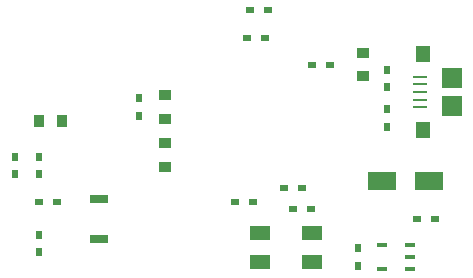
<source format=gtp>
%TF.GenerationSoftware,KiCad,Pcbnew,4.0.5-e0-6337~49~ubuntu16.04.1*%
%TF.CreationDate,2017-08-14T13:51:41-07:00*%
%TF.ProjectId,atsamd21g18-breakout,617473616D6432316731382D62726561,1.0*%
%TF.FileFunction,Paste,Top*%
%FSLAX46Y46*%
G04 Gerber Fmt 4.6, Leading zero omitted, Abs format (unit mm)*
G04 Created by KiCad (PCBNEW 4.0.5-e0-6337~49~ubuntu16.04.1) date Mon Aug 14 13:51:41 2017*
%MOMM*%
%LPD*%
G01*
G04 APERTURE LIST*
%ADD10C,0.350000*%
%ADD11R,1.197600X0.247600*%
%ADD12R,1.247600X1.447600*%
%ADD13R,1.747600X1.747600*%
%ADD14R,0.647600X0.597600*%
%ADD15R,0.597600X0.647600*%
%ADD16R,1.097600X0.847600*%
%ADD17R,2.346960X1.648460*%
%ADD18R,0.847600X1.097600*%
%ADD19R,1.547600X0.647600*%
%ADD20R,1.147600X0.097600*%
%ADD21R,0.097600X1.147600*%
%ADD22R,1.752600X1.244600*%
%ADD23R,0.847600X0.447600*%
G04 APERTURE END LIST*
D10*
D11*
X62222000Y-42467200D03*
X62222000Y-41817200D03*
X62222000Y-41168100D03*
X62222000Y-40517200D03*
X62222000Y-39867200D03*
D12*
X62447000Y-44367200D03*
D13*
X64897000Y-42367200D03*
X64897000Y-39967200D03*
D12*
X62447000Y-37967200D03*
D14*
X62000000Y-51943000D03*
X63500000Y-51943000D03*
D15*
X56997600Y-55881400D03*
X56997600Y-54381400D03*
D16*
X40614600Y-43427400D03*
X40614600Y-41427400D03*
D15*
X29946600Y-53250400D03*
X29946600Y-54750400D03*
D14*
X50746600Y-49288200D03*
X52246600Y-49288200D03*
D15*
X38455600Y-43193400D03*
X38455600Y-41693400D03*
D14*
X51496600Y-51088200D03*
X52996600Y-51088200D03*
X47599600Y-36601400D03*
X49099600Y-36601400D03*
X46583600Y-50444400D03*
X48083600Y-50444400D03*
X53060600Y-38887400D03*
X54560600Y-38887400D03*
D15*
X59461400Y-42595800D03*
X59461400Y-44095800D03*
D17*
X63002160Y-48691800D03*
X59004200Y-48691800D03*
D15*
X59461400Y-40767000D03*
X59461400Y-39267000D03*
D16*
X57378600Y-37846000D03*
X57378600Y-39846000D03*
D18*
X29946600Y-43586400D03*
X31946600Y-43586400D03*
D16*
X40614600Y-45491400D03*
X40614600Y-47491400D03*
D15*
X27914600Y-46646400D03*
X27914600Y-48146400D03*
X29946600Y-46634400D03*
X29946600Y-48134400D03*
D14*
X29970600Y-50444400D03*
X31470600Y-50444400D03*
D19*
X35026600Y-53590400D03*
X35026600Y-50190400D03*
D20*
X44055600Y-40245600D03*
X44055600Y-40745600D03*
X44055600Y-41245600D03*
X44055600Y-41745600D03*
X44055600Y-42245600D03*
X44055600Y-42745600D03*
X44055600Y-43245600D03*
X44055600Y-43745600D03*
X44055600Y-44245600D03*
X44055600Y-44745600D03*
X44055600Y-45245600D03*
X44055600Y-45745600D03*
D21*
X45655600Y-47345600D03*
X46155600Y-47345600D03*
X46655600Y-47345600D03*
X47155600Y-47345600D03*
X47655600Y-47345600D03*
X48155600Y-47345600D03*
X48655600Y-47345600D03*
X49155600Y-47345600D03*
X49655600Y-47345600D03*
X50155600Y-47345600D03*
X50655600Y-47345600D03*
X51155600Y-47345600D03*
D20*
X52755600Y-45745600D03*
X52755600Y-45245600D03*
X52755600Y-44745600D03*
X52755600Y-44245600D03*
X52755600Y-43745600D03*
X52755600Y-43245600D03*
X52755600Y-42745600D03*
X52755600Y-42245600D03*
X52755600Y-41745600D03*
X52755600Y-41245600D03*
X52755600Y-40745600D03*
X52755600Y-40245600D03*
D21*
X51155600Y-38645600D03*
X50655600Y-38645600D03*
X50155600Y-38645600D03*
X49655600Y-38645600D03*
X49155600Y-38645600D03*
X48655600Y-38645600D03*
X48155600Y-38645600D03*
X47655600Y-38645600D03*
X47155600Y-38645600D03*
X46655600Y-38645600D03*
X46155600Y-38645600D03*
X45655600Y-38645600D03*
D22*
X53117000Y-53088200D03*
X48646600Y-53088200D03*
X53117000Y-55577400D03*
X48646600Y-55577400D03*
D23*
X61372600Y-56127200D03*
X61372600Y-55137200D03*
X61372600Y-54147200D03*
X58972600Y-54147200D03*
X58972600Y-56127200D03*
D14*
X47853600Y-34188400D03*
X49353600Y-34188400D03*
M02*

</source>
